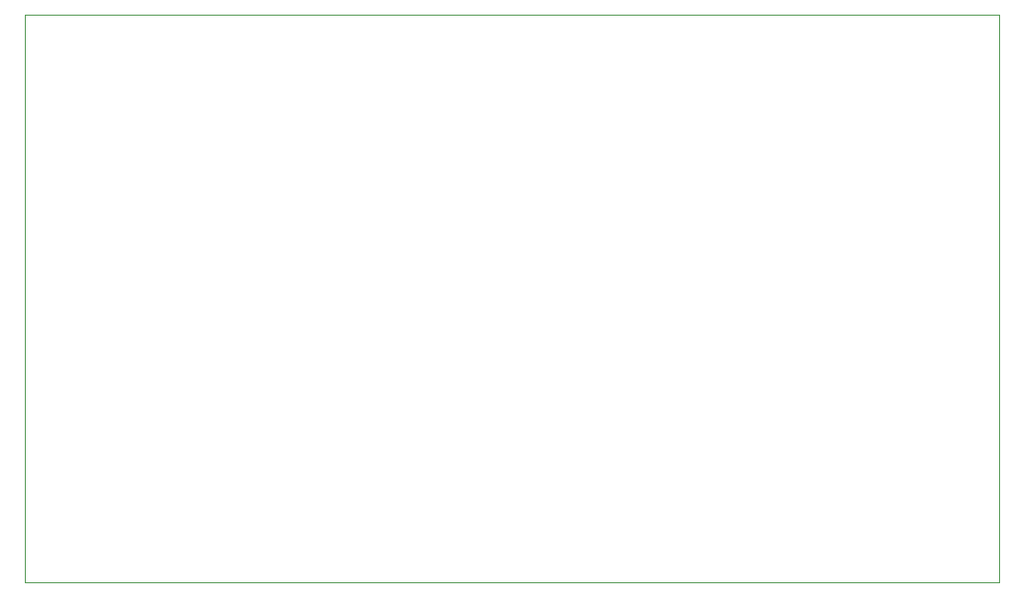
<source format=gbr>
%TF.GenerationSoftware,KiCad,Pcbnew,7.0.7*%
%TF.CreationDate,2023-10-15T02:20:47+00:00*%
%TF.ProjectId,Vulpes,56756c70-6573-42e6-9b69-6361645f7063,rev?*%
%TF.SameCoordinates,Original*%
%TF.FileFunction,Profile,NP*%
%FSLAX46Y46*%
G04 Gerber Fmt 4.6, Leading zero omitted, Abs format (unit mm)*
G04 Created by KiCad (PCBNEW 7.0.7) date 2023-10-15 02:20:47*
%MOMM*%
%LPD*%
G01*
G04 APERTURE LIST*
%TA.AperFunction,Profile*%
%ADD10C,0.100000*%
%TD*%
G04 APERTURE END LIST*
D10*
X76460000Y-65913725D02*
X166040000Y-65913725D01*
X166040000Y-118151868D01*
X76460000Y-118151868D01*
X76460000Y-65913725D01*
M02*

</source>
